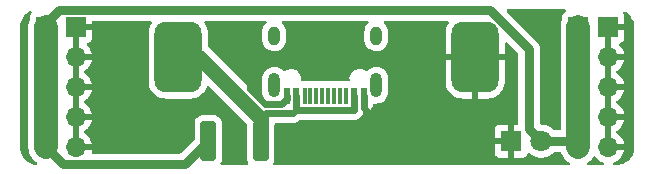
<source format=gbr>
%TF.GenerationSoftware,KiCad,Pcbnew,6.0.5-a6ca702e91~116~ubuntu22.04.1*%
%TF.CreationDate,2022-06-10T16:27:17-05:00*%
%TF.ProjectId,breadboard_psu_v1,62726561-6462-46f6-9172-645f7073755f,rev?*%
%TF.SameCoordinates,Original*%
%TF.FileFunction,Copper,L1,Top*%
%TF.FilePolarity,Positive*%
%FSLAX46Y46*%
G04 Gerber Fmt 4.6, Leading zero omitted, Abs format (unit mm)*
G04 Created by KiCad (PCBNEW 6.0.5-a6ca702e91~116~ubuntu22.04.1) date 2022-06-10 16:27:17*
%MOMM*%
%LPD*%
G01*
G04 APERTURE LIST*
G04 Aperture macros list*
%AMRoundRect*
0 Rectangle with rounded corners*
0 $1 Rounding radius*
0 $2 $3 $4 $5 $6 $7 $8 $9 X,Y pos of 4 corners*
0 Add a 4 corners polygon primitive as box body*
4,1,4,$2,$3,$4,$5,$6,$7,$8,$9,$2,$3,0*
0 Add four circle primitives for the rounded corners*
1,1,$1+$1,$2,$3*
1,1,$1+$1,$4,$5*
1,1,$1+$1,$6,$7*
1,1,$1+$1,$8,$9*
0 Add four rect primitives between the rounded corners*
20,1,$1+$1,$2,$3,$4,$5,0*
20,1,$1+$1,$4,$5,$6,$7,0*
20,1,$1+$1,$6,$7,$8,$9,0*
20,1,$1+$1,$8,$9,$2,$3,0*%
G04 Aperture macros list end*
%TA.AperFunction,SMDPad,CuDef*%
%ADD10RoundRect,1.000000X-1.000000X-2.000000X1.000000X-2.000000X1.000000X2.000000X-1.000000X2.000000X0*%
%TD*%
%TA.AperFunction,SMDPad,CuDef*%
%ADD11RoundRect,0.250000X0.400000X1.450000X-0.400000X1.450000X-0.400000X-1.450000X0.400000X-1.450000X0*%
%TD*%
%TA.AperFunction,ComponentPad*%
%ADD12R,1.800000X1.800000*%
%TD*%
%TA.AperFunction,ComponentPad*%
%ADD13C,1.800000*%
%TD*%
%TA.AperFunction,ComponentPad*%
%ADD14R,1.700000X1.700000*%
%TD*%
%TA.AperFunction,ComponentPad*%
%ADD15O,1.700000X1.700000*%
%TD*%
%TA.AperFunction,SMDPad,CuDef*%
%ADD16R,0.600000X1.450000*%
%TD*%
%TA.AperFunction,SMDPad,CuDef*%
%ADD17R,0.300000X1.450000*%
%TD*%
%TA.AperFunction,ComponentPad*%
%ADD18O,1.000000X1.600000*%
%TD*%
%TA.AperFunction,ComponentPad*%
%ADD19O,1.000000X2.100000*%
%TD*%
%TA.AperFunction,Conductor*%
%ADD20C,0.600000*%
%TD*%
%TA.AperFunction,Conductor*%
%ADD21C,1.300000*%
%TD*%
%TA.AperFunction,Conductor*%
%ADD22C,2.000000*%
%TD*%
%TA.AperFunction,Conductor*%
%ADD23C,0.800000*%
%TD*%
G04 APERTURE END LIST*
D10*
%TO.P,J6,1,Pin_1*%
%TO.N,VCC*%
X115316000Y-81280000D03*
%TD*%
D11*
%TO.P,F1,1*%
%TO.N,VCC*%
X122306000Y-88392000D03*
%TO.P,F1,2*%
%TO.N,Net-(D1-Pad2)*%
X117856000Y-88392000D03*
%TD*%
D10*
%TO.P,J7,1,Pin_1*%
%TO.N,GND*%
X140462000Y-81280000D03*
%TD*%
D12*
%TO.P,D1,1,K*%
%TO.N,GND*%
X143510000Y-88392000D03*
D13*
%TO.P,D1,2,A*%
%TO.N,Net-(D1-Pad2)*%
X146050000Y-88392000D03*
%TD*%
D14*
%TO.P,J5,1,Pin_1*%
%TO.N,GND*%
X151740000Y-78740000D03*
D15*
%TO.P,J5,2,Pin_2*%
X151740000Y-81280000D03*
%TO.P,J5,3,Pin_3*%
X151740000Y-83820000D03*
%TO.P,J5,4,Pin_4*%
X151740000Y-86360000D03*
%TO.P,J5,5,Pin_5*%
X151740000Y-88900000D03*
%TD*%
D14*
%TO.P,J2,1,Pin_1*%
%TO.N,Net-(D1-Pad2)*%
X104140000Y-78740000D03*
D15*
%TO.P,J2,2,Pin_2*%
X104140000Y-81280000D03*
%TO.P,J2,3,Pin_3*%
X104140000Y-83820000D03*
%TO.P,J2,4,Pin_4*%
X104140000Y-86360000D03*
%TO.P,J2,5,Pin_5*%
X104140000Y-88900000D03*
%TD*%
D14*
%TO.P,J4,1,Pin_1*%
%TO.N,Net-(D1-Pad2)*%
X149200000Y-78740000D03*
D15*
%TO.P,J4,2,Pin_2*%
X149200000Y-81280000D03*
%TO.P,J4,3,Pin_3*%
X149200000Y-83820000D03*
%TO.P,J4,4,Pin_4*%
X149200000Y-86360000D03*
%TO.P,J4,5,Pin_5*%
X149200000Y-88900000D03*
%TD*%
D14*
%TO.P,J3,1,Pin_1*%
%TO.N,GND*%
X106680000Y-78740000D03*
D15*
%TO.P,J3,2,Pin_2*%
X106680000Y-81280000D03*
%TO.P,J3,3,Pin_3*%
X106680000Y-83820000D03*
%TO.P,J3,4,Pin_4*%
X106680000Y-86360000D03*
%TO.P,J3,5,Pin_5*%
X106680000Y-88900000D03*
%TD*%
D16*
%TO.P,J1,A1,GND*%
%TO.N,GND*%
X131012000Y-84563000D03*
%TO.P,J1,A4,VBUS*%
%TO.N,VCC*%
X130212000Y-84563000D03*
D17*
%TO.P,J1,A5,CC1*%
%TO.N,unconnected-(J1-PadA5)*%
X129012000Y-84563000D03*
%TO.P,J1,A6,D+*%
%TO.N,unconnected-(J1-PadA6)*%
X128012000Y-84563000D03*
%TO.P,J1,A7,D-*%
%TO.N,unconnected-(J1-PadA7)*%
X127512000Y-84563000D03*
%TO.P,J1,A8,SBU1*%
%TO.N,unconnected-(J1-PadA8)*%
X126512000Y-84563000D03*
D16*
%TO.P,J1,A9,VBUS*%
%TO.N,VCC*%
X125312000Y-84563000D03*
%TO.P,J1,A12,GND*%
%TO.N,GND*%
X124512000Y-84563000D03*
%TO.P,J1,B1,GND*%
X124512000Y-84563000D03*
%TO.P,J1,B4,VBUS*%
%TO.N,VCC*%
X125312000Y-84563000D03*
D17*
%TO.P,J1,B5,CC2*%
%TO.N,unconnected-(J1-PadB5)*%
X126012000Y-84563000D03*
%TO.P,J1,B6,D+*%
%TO.N,unconnected-(J1-PadB6)*%
X127012000Y-84563000D03*
%TO.P,J1,B7,D-*%
%TO.N,unconnected-(J1-PadB7)*%
X128512000Y-84563000D03*
%TO.P,J1,B8,SBU2*%
%TO.N,unconnected-(J1-PadB8)*%
X129512000Y-84563000D03*
D16*
%TO.P,J1,B9,VBUS*%
%TO.N,VCC*%
X130212000Y-84563000D03*
%TO.P,J1,B12,GND*%
%TO.N,GND*%
X131012000Y-84563000D03*
D18*
%TO.P,J1,S1,SHIELD*%
%TO.N,unconnected-(J1-PadS1)*%
X132082000Y-79468000D03*
D19*
X132082000Y-83648000D03*
D18*
X123442000Y-79468000D03*
D19*
X123442000Y-83648000D03*
%TD*%
D20*
%TO.N,GND*%
X124512000Y-84784000D02*
X124045279Y-85250721D01*
X131012000Y-84563000D02*
X131012000Y-85546000D01*
X124045279Y-85250721D02*
X122690387Y-85250721D01*
X121412000Y-83972334D02*
X121412000Y-82804000D01*
X124512000Y-84563000D02*
X124512000Y-84784000D01*
X131572000Y-86106000D02*
X132842000Y-86106000D01*
X131012000Y-85546000D02*
X131572000Y-86106000D01*
X122690387Y-85250721D02*
X121412000Y-83972334D01*
%TO.N,VCC*%
X125337511Y-85787511D02*
X130161511Y-85787511D01*
X130212000Y-85737022D02*
X130212000Y-84563000D01*
X122747759Y-86050241D02*
X125023759Y-86050241D01*
D21*
X117094000Y-81280000D02*
X115316000Y-81280000D01*
D20*
X125023759Y-86050241D02*
X125312000Y-85762000D01*
X125312000Y-85762000D02*
X125312000Y-84563000D01*
D21*
X122306000Y-88392000D02*
X122306000Y-86492000D01*
D20*
X125312000Y-85762000D02*
X125337511Y-85787511D01*
X130161511Y-85787511D02*
X130212000Y-85737022D01*
X122747759Y-86050241D02*
X122306000Y-86492000D01*
D21*
X122306000Y-86492000D02*
X117094000Y-81280000D01*
D22*
%TO.N,Net-(D1-Pad2)*%
X104140000Y-86360000D02*
X104140000Y-87376000D01*
X104140000Y-86360000D02*
X104140000Y-78740000D01*
D23*
X145034000Y-87376000D02*
X145034000Y-80589938D01*
D22*
X104140000Y-88138000D02*
X104140000Y-88392000D01*
D23*
X117856000Y-88392000D02*
X115898489Y-90349511D01*
X115898489Y-90349511D02*
X105589511Y-90349511D01*
D22*
X104140000Y-88646000D02*
X104140000Y-88900000D01*
D23*
X105230489Y-77290489D02*
X104140000Y-78380978D01*
X145034000Y-80589938D02*
X141734551Y-77290489D01*
D22*
X149200000Y-88900000D02*
X149200000Y-78740000D01*
X104140000Y-88392000D02*
X104140000Y-88646000D01*
D23*
X148692000Y-88392000D02*
X149200000Y-88900000D01*
D22*
X104140000Y-88138000D02*
X104140000Y-88074500D01*
D23*
X146050000Y-88392000D02*
X148692000Y-88392000D01*
D22*
X104140000Y-87693500D02*
X104140000Y-88074500D01*
D23*
X105589511Y-90349511D02*
X104140000Y-88900000D01*
X141734551Y-77290489D02*
X105230489Y-77290489D01*
X146050000Y-88392000D02*
X145034000Y-87376000D01*
D22*
X104140000Y-87376000D02*
X104140000Y-87693500D01*
D23*
X104140000Y-78380978D02*
X104140000Y-78740000D01*
%TD*%
%TA.AperFunction,Conductor*%
%TO.N,GND*%
G36*
X153181626Y-77431027D02*
G01*
X153223750Y-77454027D01*
X153238872Y-77463745D01*
X153387401Y-77574931D01*
X153398460Y-77583210D01*
X153412046Y-77594982D01*
X153553010Y-77735944D01*
X153564782Y-77749530D01*
X153677123Y-77899599D01*
X153684247Y-77909116D01*
X153693964Y-77924236D01*
X153789032Y-78098337D01*
X153789502Y-78099198D01*
X153796971Y-78115552D01*
X153866640Y-78302342D01*
X153871704Y-78319589D01*
X153914078Y-78514379D01*
X153916635Y-78532164D01*
X153920623Y-78587915D01*
X153928539Y-78698601D01*
X153927793Y-78716560D01*
X153927692Y-78724845D01*
X153926309Y-78733723D01*
X153927474Y-78742629D01*
X153930436Y-78765282D01*
X153931500Y-78781620D01*
X153931500Y-88850013D01*
X153929961Y-88869641D01*
X153926322Y-88892715D01*
X153927468Y-88901614D01*
X153927468Y-88901618D01*
X153928286Y-88907965D01*
X153928980Y-88933295D01*
X153921346Y-89037164D01*
X153916186Y-89107366D01*
X153913593Y-89125152D01*
X153908823Y-89146876D01*
X153870712Y-89320426D01*
X153865613Y-89337665D01*
X153795382Y-89524838D01*
X153787882Y-89541176D01*
X153691728Y-89716450D01*
X153681979Y-89731555D01*
X153561858Y-89891364D01*
X153550058Y-89904928D01*
X153408414Y-90046015D01*
X153394805Y-90057760D01*
X153245070Y-90169393D01*
X153234531Y-90177250D01*
X153219388Y-90186940D01*
X153043736Y-90282405D01*
X153027368Y-90289841D01*
X152839911Y-90359341D01*
X152822659Y-90364369D01*
X152808510Y-90367418D01*
X152627221Y-90406481D01*
X152609423Y-90409004D01*
X152442406Y-90420620D01*
X152424398Y-90419837D01*
X152416150Y-90419720D01*
X152407286Y-90418322D01*
X152398386Y-90419468D01*
X152398385Y-90419468D01*
X152375089Y-90422468D01*
X152358997Y-90423500D01*
X152246387Y-90423500D01*
X152178266Y-90403498D01*
X152131773Y-90349842D01*
X152121669Y-90279568D01*
X152151163Y-90214988D01*
X152210180Y-90176814D01*
X152232252Y-90170192D01*
X152241842Y-90166433D01*
X152433095Y-90072739D01*
X152441945Y-90067464D01*
X152615328Y-89943792D01*
X152623200Y-89937139D01*
X152774052Y-89786812D01*
X152780730Y-89778965D01*
X152905003Y-89606020D01*
X152910313Y-89597183D01*
X153004670Y-89406267D01*
X153008469Y-89396672D01*
X153070377Y-89192910D01*
X153072555Y-89182837D01*
X153073986Y-89171962D01*
X153071775Y-89157778D01*
X153058617Y-89154000D01*
X151612000Y-89154000D01*
X151543879Y-89133998D01*
X151497386Y-89080342D01*
X151486000Y-89028000D01*
X151486000Y-88627885D01*
X151994000Y-88627885D01*
X151998475Y-88643124D01*
X151999865Y-88644329D01*
X152007548Y-88646000D01*
X153058344Y-88646000D01*
X153071875Y-88642027D01*
X153073180Y-88632947D01*
X153031214Y-88465875D01*
X153027894Y-88456124D01*
X152942972Y-88260814D01*
X152938105Y-88251739D01*
X152822426Y-88072926D01*
X152816136Y-88064757D01*
X152672806Y-87907240D01*
X152665273Y-87900215D01*
X152498139Y-87768222D01*
X152489552Y-87762517D01*
X152452116Y-87741851D01*
X152402146Y-87691419D01*
X152387374Y-87621976D01*
X152412490Y-87555571D01*
X152439842Y-87528964D01*
X152615327Y-87403792D01*
X152623200Y-87397139D01*
X152774052Y-87246812D01*
X152780730Y-87238965D01*
X152905003Y-87066020D01*
X152910313Y-87057183D01*
X153004670Y-86866267D01*
X153008469Y-86856672D01*
X153070377Y-86652910D01*
X153072555Y-86642837D01*
X153073986Y-86631962D01*
X153071775Y-86617778D01*
X153058617Y-86614000D01*
X152012115Y-86614000D01*
X151996876Y-86618475D01*
X151995671Y-86619865D01*
X151994000Y-86627548D01*
X151994000Y-88627885D01*
X151486000Y-88627885D01*
X151486000Y-86087885D01*
X151994000Y-86087885D01*
X151998475Y-86103124D01*
X151999865Y-86104329D01*
X152007548Y-86106000D01*
X153058344Y-86106000D01*
X153071875Y-86102027D01*
X153073180Y-86092947D01*
X153031214Y-85925875D01*
X153027894Y-85916124D01*
X152942972Y-85720814D01*
X152938105Y-85711739D01*
X152822426Y-85532926D01*
X152816136Y-85524757D01*
X152672806Y-85367240D01*
X152665273Y-85360215D01*
X152498139Y-85228222D01*
X152489552Y-85222517D01*
X152452116Y-85201851D01*
X152402146Y-85151419D01*
X152387374Y-85081976D01*
X152412490Y-85015571D01*
X152439842Y-84988964D01*
X152615327Y-84863792D01*
X152623200Y-84857139D01*
X152774052Y-84706812D01*
X152780730Y-84698965D01*
X152905003Y-84526020D01*
X152910313Y-84517183D01*
X153004670Y-84326267D01*
X153008469Y-84316672D01*
X153070377Y-84112910D01*
X153072555Y-84102837D01*
X153073986Y-84091962D01*
X153071775Y-84077778D01*
X153058617Y-84074000D01*
X152012115Y-84074000D01*
X151996876Y-84078475D01*
X151995671Y-84079865D01*
X151994000Y-84087548D01*
X151994000Y-86087885D01*
X151486000Y-86087885D01*
X151486000Y-83547885D01*
X151994000Y-83547885D01*
X151998475Y-83563124D01*
X151999865Y-83564329D01*
X152007548Y-83566000D01*
X153058344Y-83566000D01*
X153071875Y-83562027D01*
X153073180Y-83552947D01*
X153031214Y-83385875D01*
X153027894Y-83376124D01*
X152942972Y-83180814D01*
X152938105Y-83171739D01*
X152822426Y-82992926D01*
X152816136Y-82984757D01*
X152672806Y-82827240D01*
X152665273Y-82820215D01*
X152498139Y-82688222D01*
X152489552Y-82682517D01*
X152452116Y-82661851D01*
X152402146Y-82611419D01*
X152387374Y-82541976D01*
X152412490Y-82475571D01*
X152439842Y-82448964D01*
X152615327Y-82323792D01*
X152623200Y-82317139D01*
X152774052Y-82166812D01*
X152780730Y-82158965D01*
X152905003Y-81986020D01*
X152910313Y-81977183D01*
X153004670Y-81786267D01*
X153008469Y-81776672D01*
X153070377Y-81572910D01*
X153072555Y-81562837D01*
X153073986Y-81551962D01*
X153071775Y-81537778D01*
X153058617Y-81534000D01*
X152012115Y-81534000D01*
X151996876Y-81538475D01*
X151995671Y-81539865D01*
X151994000Y-81547548D01*
X151994000Y-83547885D01*
X151486000Y-83547885D01*
X151486000Y-81007885D01*
X151994000Y-81007885D01*
X151998475Y-81023124D01*
X151999865Y-81024329D01*
X152007548Y-81026000D01*
X153058344Y-81026000D01*
X153071875Y-81022027D01*
X153073180Y-81012947D01*
X153031214Y-80845875D01*
X153027894Y-80836124D01*
X152942972Y-80640814D01*
X152938105Y-80631739D01*
X152822426Y-80452926D01*
X152816136Y-80444757D01*
X152671931Y-80286279D01*
X152640879Y-80222433D01*
X152649273Y-80151934D01*
X152694450Y-80097166D01*
X152720894Y-80083497D01*
X152828054Y-80043324D01*
X152843649Y-80034786D01*
X152945724Y-79958285D01*
X152958285Y-79945724D01*
X153034786Y-79843649D01*
X153043324Y-79828054D01*
X153088478Y-79707606D01*
X153092105Y-79692351D01*
X153097631Y-79641486D01*
X153098000Y-79634672D01*
X153098000Y-79012115D01*
X153093525Y-78996876D01*
X153092135Y-78995671D01*
X153084452Y-78994000D01*
X152012115Y-78994000D01*
X151996876Y-78998475D01*
X151995671Y-78999865D01*
X151994000Y-79007548D01*
X151994000Y-81007885D01*
X151486000Y-81007885D01*
X151486000Y-78612000D01*
X151506002Y-78543879D01*
X151559658Y-78497386D01*
X151612000Y-78486000D01*
X153079884Y-78486000D01*
X153095123Y-78481525D01*
X153096328Y-78480135D01*
X153097999Y-78472452D01*
X153097999Y-77845331D01*
X153097629Y-77838510D01*
X153092105Y-77787648D01*
X153088479Y-77772396D01*
X153043324Y-77651946D01*
X153034786Y-77636351D01*
X153020419Y-77617182D01*
X152995570Y-77550676D01*
X153010622Y-77481294D01*
X153060796Y-77431063D01*
X153130161Y-77415932D01*
X153181626Y-77431027D01*
G37*
%TD.AperFunction*%
%TA.AperFunction,Conductor*%
G36*
X113052092Y-78218991D02*
G01*
X113098585Y-78272647D01*
X113108689Y-78342921D01*
X113087918Y-78394349D01*
X113088530Y-78394720D01*
X112962780Y-78602358D01*
X112960886Y-78607047D01*
X112960883Y-78607052D01*
X112892465Y-78776392D01*
X112871845Y-78827429D01*
X112818065Y-79064144D01*
X112807500Y-79211531D01*
X112807501Y-83348468D01*
X112818065Y-83495856D01*
X112819123Y-83500514D01*
X112819124Y-83500519D01*
X112834001Y-83566000D01*
X112871845Y-83732571D01*
X112873739Y-83737259D01*
X112873740Y-83737262D01*
X112960793Y-83952723D01*
X112962780Y-83957642D01*
X112965403Y-83961973D01*
X113056814Y-84112910D01*
X113088530Y-84165280D01*
X113245859Y-84350141D01*
X113430720Y-84507470D01*
X113435052Y-84510094D01*
X113435054Y-84510095D01*
X113547623Y-84578269D01*
X113638358Y-84633220D01*
X113643047Y-84635114D01*
X113643052Y-84635117D01*
X113858738Y-84722260D01*
X113858741Y-84722261D01*
X113863429Y-84724155D01*
X113868359Y-84725275D01*
X113868362Y-84725276D01*
X113961153Y-84746357D01*
X114100144Y-84777935D01*
X114104909Y-84778277D01*
X114104912Y-84778277D01*
X114245281Y-84788339D01*
X114245289Y-84788339D01*
X114247531Y-84788500D01*
X115316000Y-84788500D01*
X116384468Y-84788499D01*
X116386710Y-84788338D01*
X116386719Y-84788338D01*
X116527088Y-84778277D01*
X116527091Y-84778277D01*
X116531856Y-84777935D01*
X116536514Y-84776877D01*
X116536519Y-84776876D01*
X116763638Y-84725276D01*
X116763641Y-84725275D01*
X116768571Y-84724155D01*
X116773259Y-84722261D01*
X116773262Y-84722260D01*
X116988948Y-84635117D01*
X116988953Y-84635114D01*
X116993642Y-84633220D01*
X117084377Y-84578269D01*
X117196946Y-84510095D01*
X117196948Y-84510094D01*
X117201280Y-84507470D01*
X117386141Y-84350141D01*
X117543470Y-84165280D01*
X117575187Y-84112910D01*
X117666597Y-83961973D01*
X117669220Y-83957642D01*
X117671117Y-83952948D01*
X117731447Y-83803627D01*
X117775511Y-83747960D01*
X117842677Y-83724952D01*
X117911619Y-83741910D01*
X117937367Y-83761733D01*
X121110595Y-86934961D01*
X121144621Y-86997273D01*
X121147500Y-87024056D01*
X121147500Y-89892400D01*
X121158474Y-89998166D01*
X121160655Y-90004702D01*
X121160655Y-90004704D01*
X121186544Y-90082302D01*
X121214450Y-90165946D01*
X121218304Y-90172174D01*
X121218305Y-90172176D01*
X121254829Y-90231197D01*
X121273667Y-90299648D01*
X121252506Y-90367418D01*
X121198065Y-90412989D01*
X121147685Y-90423500D01*
X119014294Y-90423500D01*
X118946173Y-90403498D01*
X118899680Y-90349842D01*
X118889576Y-90279568D01*
X118907034Y-90231384D01*
X118944275Y-90170968D01*
X118944276Y-90170966D01*
X118948115Y-90164738D01*
X118985385Y-90052372D01*
X119001632Y-90003389D01*
X119001632Y-90003387D01*
X119003797Y-89996861D01*
X119014500Y-89892400D01*
X119014500Y-86891600D01*
X119011872Y-86866267D01*
X119004238Y-86792692D01*
X119004237Y-86792688D01*
X119003526Y-86785834D01*
X118990798Y-86747682D01*
X118949868Y-86625002D01*
X118947550Y-86618054D01*
X118854478Y-86467652D01*
X118729303Y-86342695D01*
X118723072Y-86338854D01*
X118584968Y-86253725D01*
X118584966Y-86253724D01*
X118578738Y-86249885D01*
X118456830Y-86209450D01*
X118417389Y-86196368D01*
X118417387Y-86196368D01*
X118410861Y-86194203D01*
X118404025Y-86193503D01*
X118404022Y-86193502D01*
X118360969Y-86189091D01*
X118306400Y-86183500D01*
X117405600Y-86183500D01*
X117402354Y-86183837D01*
X117402350Y-86183837D01*
X117306692Y-86193762D01*
X117306688Y-86193763D01*
X117299834Y-86194474D01*
X117293298Y-86196655D01*
X117293296Y-86196655D01*
X117161194Y-86240728D01*
X117132054Y-86250450D01*
X116981652Y-86343522D01*
X116976479Y-86348704D01*
X116929831Y-86395433D01*
X116856695Y-86468697D01*
X116852855Y-86474927D01*
X116852854Y-86474928D01*
X116776443Y-86598890D01*
X116763885Y-86619262D01*
X116750982Y-86658163D01*
X116710488Y-86780251D01*
X116708203Y-86787139D01*
X116697500Y-86891600D01*
X116697500Y-88213497D01*
X116677498Y-88281618D01*
X116660595Y-88302592D01*
X115559081Y-89404106D01*
X115496769Y-89438132D01*
X115469986Y-89441011D01*
X108104967Y-89441011D01*
X108036846Y-89421009D01*
X107990353Y-89367353D01*
X107980249Y-89297079D01*
X107984408Y-89278383D01*
X108010379Y-89192903D01*
X108012555Y-89182837D01*
X108013986Y-89171962D01*
X108011775Y-89157778D01*
X107998617Y-89154000D01*
X106552000Y-89154000D01*
X106483879Y-89133998D01*
X106437386Y-89080342D01*
X106426000Y-89028000D01*
X106426000Y-88627885D01*
X106934000Y-88627885D01*
X106938475Y-88643124D01*
X106939865Y-88644329D01*
X106947548Y-88646000D01*
X107998344Y-88646000D01*
X108011875Y-88642027D01*
X108013180Y-88632947D01*
X107971214Y-88465875D01*
X107967894Y-88456124D01*
X107882972Y-88260814D01*
X107878105Y-88251739D01*
X107762426Y-88072926D01*
X107756136Y-88064757D01*
X107612806Y-87907240D01*
X107605273Y-87900215D01*
X107438139Y-87768222D01*
X107429552Y-87762517D01*
X107392116Y-87741851D01*
X107342146Y-87691419D01*
X107327374Y-87621976D01*
X107352490Y-87555571D01*
X107379842Y-87528964D01*
X107555327Y-87403792D01*
X107563200Y-87397139D01*
X107714052Y-87246812D01*
X107720730Y-87238965D01*
X107845003Y-87066020D01*
X107850313Y-87057183D01*
X107944670Y-86866267D01*
X107948469Y-86856672D01*
X108010377Y-86652910D01*
X108012555Y-86642837D01*
X108013986Y-86631962D01*
X108011775Y-86617778D01*
X107998617Y-86614000D01*
X106952115Y-86614000D01*
X106936876Y-86618475D01*
X106935671Y-86619865D01*
X106934000Y-86627548D01*
X106934000Y-88627885D01*
X106426000Y-88627885D01*
X106426000Y-86087885D01*
X106934000Y-86087885D01*
X106938475Y-86103124D01*
X106939865Y-86104329D01*
X106947548Y-86106000D01*
X107998344Y-86106000D01*
X108011875Y-86102027D01*
X108013180Y-86092947D01*
X107971214Y-85925875D01*
X107967894Y-85916124D01*
X107882972Y-85720814D01*
X107878105Y-85711739D01*
X107762426Y-85532926D01*
X107756136Y-85524757D01*
X107612806Y-85367240D01*
X107605273Y-85360215D01*
X107438139Y-85228222D01*
X107429552Y-85222517D01*
X107392116Y-85201851D01*
X107342146Y-85151419D01*
X107327374Y-85081976D01*
X107352490Y-85015571D01*
X107379842Y-84988964D01*
X107555327Y-84863792D01*
X107563200Y-84857139D01*
X107714052Y-84706812D01*
X107720730Y-84698965D01*
X107845003Y-84526020D01*
X107850313Y-84517183D01*
X107944670Y-84326267D01*
X107948469Y-84316672D01*
X108010377Y-84112910D01*
X108012555Y-84102837D01*
X108013986Y-84091962D01*
X108011775Y-84077778D01*
X107998617Y-84074000D01*
X106952115Y-84074000D01*
X106936876Y-84078475D01*
X106935671Y-84079865D01*
X106934000Y-84087548D01*
X106934000Y-86087885D01*
X106426000Y-86087885D01*
X106426000Y-83547885D01*
X106934000Y-83547885D01*
X106938475Y-83563124D01*
X106939865Y-83564329D01*
X106947548Y-83566000D01*
X107998344Y-83566000D01*
X108011875Y-83562027D01*
X108013180Y-83552947D01*
X107971214Y-83385875D01*
X107967894Y-83376124D01*
X107882972Y-83180814D01*
X107878105Y-83171739D01*
X107762426Y-82992926D01*
X107756136Y-82984757D01*
X107612806Y-82827240D01*
X107605273Y-82820215D01*
X107438139Y-82688222D01*
X107429552Y-82682517D01*
X107392116Y-82661851D01*
X107342146Y-82611419D01*
X107327374Y-82541976D01*
X107352490Y-82475571D01*
X107379842Y-82448964D01*
X107555327Y-82323792D01*
X107563200Y-82317139D01*
X107714052Y-82166812D01*
X107720730Y-82158965D01*
X107845003Y-81986020D01*
X107850313Y-81977183D01*
X107944670Y-81786267D01*
X107948469Y-81776672D01*
X108010377Y-81572910D01*
X108012555Y-81562837D01*
X108013986Y-81551962D01*
X108011775Y-81537778D01*
X107998617Y-81534000D01*
X106952115Y-81534000D01*
X106936876Y-81538475D01*
X106935671Y-81539865D01*
X106934000Y-81547548D01*
X106934000Y-83547885D01*
X106426000Y-83547885D01*
X106426000Y-81007885D01*
X106934000Y-81007885D01*
X106938475Y-81023124D01*
X106939865Y-81024329D01*
X106947548Y-81026000D01*
X107998344Y-81026000D01*
X108011875Y-81022027D01*
X108013180Y-81012947D01*
X107971214Y-80845875D01*
X107967894Y-80836124D01*
X107882972Y-80640814D01*
X107878105Y-80631739D01*
X107762426Y-80452926D01*
X107756136Y-80444757D01*
X107611931Y-80286279D01*
X107580879Y-80222433D01*
X107589273Y-80151934D01*
X107634450Y-80097166D01*
X107660894Y-80083497D01*
X107768054Y-80043324D01*
X107783649Y-80034786D01*
X107885724Y-79958285D01*
X107898285Y-79945724D01*
X107974786Y-79843649D01*
X107983324Y-79828054D01*
X108028478Y-79707606D01*
X108032105Y-79692351D01*
X108037631Y-79641486D01*
X108038000Y-79634672D01*
X108038000Y-79012115D01*
X108033525Y-78996876D01*
X108032135Y-78995671D01*
X108024452Y-78994000D01*
X106952115Y-78994000D01*
X106936876Y-78998475D01*
X106935671Y-78999865D01*
X106934000Y-79007548D01*
X106934000Y-81007885D01*
X106426000Y-81007885D01*
X106426000Y-78612000D01*
X106446002Y-78543879D01*
X106499658Y-78497386D01*
X106552000Y-78486000D01*
X108019884Y-78486000D01*
X108035123Y-78481525D01*
X108036328Y-78480135D01*
X108037999Y-78472452D01*
X108037999Y-78324989D01*
X108058001Y-78256868D01*
X108111657Y-78210375D01*
X108163999Y-78198989D01*
X112983971Y-78198989D01*
X113052092Y-78218991D01*
G37*
%TD.AperFunction*%
%TA.AperFunction,Conductor*%
G36*
X122747993Y-78218991D02*
G01*
X122794486Y-78272647D01*
X122804590Y-78342921D01*
X122775096Y-78407501D01*
X122758831Y-78423179D01*
X122732975Y-78443968D01*
X122605846Y-78595474D01*
X122602879Y-78600872D01*
X122602875Y-78600877D01*
X122531552Y-78730615D01*
X122510567Y-78768787D01*
X122508706Y-78774654D01*
X122508705Y-78774656D01*
X122490400Y-78832362D01*
X122450765Y-78957306D01*
X122433500Y-79111227D01*
X122433500Y-79817769D01*
X122433800Y-79820825D01*
X122433800Y-79820832D01*
X122439537Y-79879340D01*
X122447920Y-79964833D01*
X122449702Y-79970734D01*
X122449702Y-79970736D01*
X122453635Y-79983761D01*
X122505084Y-80154169D01*
X122597934Y-80328796D01*
X122656015Y-80400010D01*
X122719040Y-80477287D01*
X122719043Y-80477290D01*
X122722935Y-80482062D01*
X122727682Y-80485989D01*
X122727684Y-80485991D01*
X122870575Y-80604201D01*
X122870579Y-80604203D01*
X122875325Y-80608130D01*
X123049299Y-80702198D01*
X123238232Y-80760682D01*
X123244357Y-80761326D01*
X123244358Y-80761326D01*
X123428796Y-80780711D01*
X123428798Y-80780711D01*
X123434925Y-80781355D01*
X123517424Y-80773847D01*
X123625749Y-80763989D01*
X123625752Y-80763988D01*
X123631888Y-80763430D01*
X123637794Y-80761692D01*
X123637798Y-80761691D01*
X123742924Y-80730751D01*
X123821619Y-80707590D01*
X123827077Y-80704737D01*
X123827081Y-80704735D01*
X123949349Y-80640814D01*
X123996890Y-80615960D01*
X124151025Y-80492032D01*
X124278154Y-80340526D01*
X124281121Y-80335128D01*
X124281125Y-80335123D01*
X124370467Y-80172608D01*
X124373433Y-80167213D01*
X124375846Y-80159608D01*
X124431373Y-79984564D01*
X124431373Y-79984563D01*
X124433235Y-79978694D01*
X124450500Y-79824773D01*
X124450500Y-79118231D01*
X124449814Y-79111227D01*
X124438894Y-78999865D01*
X124436080Y-78971167D01*
X124378916Y-78781831D01*
X124286066Y-78607204D01*
X124197030Y-78498035D01*
X124164960Y-78458713D01*
X124164957Y-78458710D01*
X124161065Y-78453938D01*
X124149014Y-78443968D01*
X124122548Y-78422074D01*
X124082809Y-78363240D01*
X124081187Y-78292262D01*
X124118197Y-78231675D01*
X124182087Y-78200714D01*
X124202863Y-78198989D01*
X131319872Y-78198989D01*
X131387993Y-78218991D01*
X131434486Y-78272647D01*
X131444590Y-78342921D01*
X131415096Y-78407501D01*
X131398831Y-78423179D01*
X131372975Y-78443968D01*
X131245846Y-78595474D01*
X131242879Y-78600872D01*
X131242875Y-78600877D01*
X131171552Y-78730615D01*
X131150567Y-78768787D01*
X131148706Y-78774654D01*
X131148705Y-78774656D01*
X131130400Y-78832362D01*
X131090765Y-78957306D01*
X131073500Y-79111227D01*
X131073500Y-79817769D01*
X131073800Y-79820825D01*
X131073800Y-79820832D01*
X131079537Y-79879340D01*
X131087920Y-79964833D01*
X131089702Y-79970734D01*
X131089702Y-79970736D01*
X131093635Y-79983761D01*
X131145084Y-80154169D01*
X131237934Y-80328796D01*
X131296015Y-80400010D01*
X131359040Y-80477287D01*
X131359043Y-80477290D01*
X131362935Y-80482062D01*
X131367682Y-80485989D01*
X131367684Y-80485991D01*
X131510575Y-80604201D01*
X131510579Y-80604203D01*
X131515325Y-80608130D01*
X131689299Y-80702198D01*
X131878232Y-80760682D01*
X131884357Y-80761326D01*
X131884358Y-80761326D01*
X132068796Y-80780711D01*
X132068798Y-80780711D01*
X132074925Y-80781355D01*
X132157424Y-80773847D01*
X132265749Y-80763989D01*
X132265752Y-80763988D01*
X132271888Y-80763430D01*
X132277794Y-80761692D01*
X132277798Y-80761691D01*
X132382924Y-80730751D01*
X132461619Y-80707590D01*
X132467077Y-80704737D01*
X132467081Y-80704735D01*
X132589349Y-80640814D01*
X132636890Y-80615960D01*
X132791025Y-80492032D01*
X132918154Y-80340526D01*
X132921121Y-80335128D01*
X132921125Y-80335123D01*
X133010467Y-80172608D01*
X133013433Y-80167213D01*
X133015846Y-80159608D01*
X133071373Y-79984564D01*
X133071373Y-79984563D01*
X133073235Y-79978694D01*
X133090500Y-79824773D01*
X133090500Y-79118231D01*
X133089814Y-79111227D01*
X133078894Y-78999865D01*
X133076080Y-78971167D01*
X133018916Y-78781831D01*
X132926066Y-78607204D01*
X132837030Y-78498035D01*
X132804960Y-78458713D01*
X132804957Y-78458710D01*
X132801065Y-78453938D01*
X132789014Y-78443968D01*
X132762548Y-78422074D01*
X132722809Y-78363240D01*
X132721187Y-78292262D01*
X132758197Y-78231675D01*
X132822087Y-78200714D01*
X132842863Y-78198989D01*
X138130590Y-78198989D01*
X138198711Y-78218991D01*
X138245204Y-78272647D01*
X138255308Y-78342921D01*
X138234400Y-78394689D01*
X138234937Y-78395014D01*
X138232931Y-78398326D01*
X138232781Y-78398698D01*
X138232313Y-78399347D01*
X138111852Y-78598251D01*
X138107332Y-78607277D01*
X138020219Y-78822888D01*
X138017203Y-78832512D01*
X137965622Y-79059552D01*
X137964220Y-79068984D01*
X137954161Y-79209310D01*
X137954000Y-79213823D01*
X137954000Y-81007885D01*
X137958475Y-81023124D01*
X137959865Y-81024329D01*
X137967548Y-81026000D01*
X142951885Y-81026000D01*
X142967124Y-81021525D01*
X142968329Y-81020135D01*
X142970000Y-81012452D01*
X142970000Y-80114941D01*
X142990002Y-80046820D01*
X143043658Y-80000327D01*
X143113932Y-79990223D01*
X143178512Y-80019717D01*
X143185095Y-80025846D01*
X144088595Y-80929346D01*
X144122621Y-80991658D01*
X144125500Y-81018441D01*
X144125500Y-86858000D01*
X144105498Y-86926121D01*
X144051842Y-86972614D01*
X143999500Y-86984000D01*
X143782115Y-86984000D01*
X143766876Y-86988475D01*
X143765671Y-86989865D01*
X143764000Y-86997548D01*
X143764000Y-89781884D01*
X143768475Y-89797123D01*
X143769865Y-89798328D01*
X143777548Y-89799999D01*
X144454669Y-89799999D01*
X144461490Y-89799629D01*
X144512352Y-89794105D01*
X144527604Y-89790479D01*
X144648054Y-89745324D01*
X144663649Y-89736786D01*
X144765724Y-89660285D01*
X144778285Y-89647724D01*
X144854786Y-89545649D01*
X144863324Y-89530054D01*
X144884773Y-89472840D01*
X144927415Y-89416075D01*
X144993977Y-89391376D01*
X145063325Y-89406584D01*
X145083240Y-89420126D01*
X145239349Y-89549730D01*
X145439322Y-89666584D01*
X145655694Y-89749209D01*
X145660760Y-89750240D01*
X145660761Y-89750240D01*
X145713846Y-89761040D01*
X145882656Y-89795385D01*
X146013324Y-89800176D01*
X146108949Y-89803683D01*
X146108953Y-89803683D01*
X146114113Y-89803872D01*
X146119233Y-89803216D01*
X146119235Y-89803216D01*
X146218668Y-89790478D01*
X146343847Y-89774442D01*
X146348795Y-89772957D01*
X146348802Y-89772956D01*
X146560747Y-89709369D01*
X146565690Y-89707886D01*
X146602943Y-89689636D01*
X146769049Y-89608262D01*
X146769052Y-89608260D01*
X146773684Y-89605991D01*
X146962243Y-89471494D01*
X147096160Y-89338043D01*
X147096957Y-89337249D01*
X147159329Y-89303333D01*
X147185897Y-89300500D01*
X147647833Y-89300500D01*
X147715954Y-89320502D01*
X147762447Y-89374158D01*
X147763861Y-89377749D01*
X147763963Y-89377706D01*
X147858812Y-89601156D01*
X147861510Y-89605440D01*
X147984032Y-89800000D01*
X147988167Y-89806567D01*
X147991512Y-89810361D01*
X148145350Y-89984858D01*
X148145353Y-89984861D01*
X148148698Y-89988655D01*
X148152606Y-89991865D01*
X148152607Y-89991866D01*
X148321663Y-90130729D01*
X148336278Y-90142734D01*
X148340644Y-90145275D01*
X148340654Y-90145282D01*
X148415085Y-90188602D01*
X148463898Y-90240155D01*
X148477091Y-90309915D01*
X148450474Y-90375733D01*
X148392498Y-90416713D01*
X148351704Y-90423500D01*
X123464294Y-90423500D01*
X123396173Y-90403498D01*
X123349680Y-90349842D01*
X123339576Y-90279568D01*
X123357034Y-90231384D01*
X123394275Y-90170968D01*
X123394276Y-90170966D01*
X123398115Y-90164738D01*
X123435385Y-90052372D01*
X123451632Y-90003389D01*
X123451632Y-90003387D01*
X123453797Y-89996861D01*
X123464500Y-89892400D01*
X123464500Y-89336669D01*
X142102001Y-89336669D01*
X142102371Y-89343490D01*
X142107895Y-89394352D01*
X142111521Y-89409604D01*
X142156676Y-89530054D01*
X142165214Y-89545649D01*
X142241715Y-89647724D01*
X142254276Y-89660285D01*
X142356351Y-89736786D01*
X142371946Y-89745324D01*
X142492394Y-89790478D01*
X142507649Y-89794105D01*
X142558514Y-89799631D01*
X142565328Y-89800000D01*
X143237885Y-89800000D01*
X143253124Y-89795525D01*
X143254329Y-89794135D01*
X143256000Y-89786452D01*
X143256000Y-88664115D01*
X143251525Y-88648876D01*
X143250135Y-88647671D01*
X143242452Y-88646000D01*
X142120116Y-88646000D01*
X142104877Y-88650475D01*
X142103672Y-88651865D01*
X142102001Y-88659548D01*
X142102001Y-89336669D01*
X123464500Y-89336669D01*
X123464500Y-88119885D01*
X142102000Y-88119885D01*
X142106475Y-88135124D01*
X142107865Y-88136329D01*
X142115548Y-88138000D01*
X143237885Y-88138000D01*
X143253124Y-88133525D01*
X143254329Y-88132135D01*
X143256000Y-88124452D01*
X143256000Y-87002116D01*
X143251525Y-86986877D01*
X143250135Y-86985672D01*
X143242452Y-86984001D01*
X142565331Y-86984001D01*
X142558510Y-86984371D01*
X142507648Y-86989895D01*
X142492396Y-86993521D01*
X142371946Y-87038676D01*
X142356351Y-87047214D01*
X142254276Y-87123715D01*
X142241715Y-87136276D01*
X142165214Y-87238351D01*
X142156676Y-87253946D01*
X142111522Y-87374394D01*
X142107895Y-87389649D01*
X142102369Y-87440514D01*
X142102000Y-87447328D01*
X142102000Y-88119885D01*
X123464500Y-88119885D01*
X123464500Y-86984741D01*
X123484502Y-86916620D01*
X123538158Y-86870127D01*
X123590500Y-86858741D01*
X125014545Y-86858741D01*
X125015865Y-86858748D01*
X125105980Y-86859692D01*
X125148356Y-86850530D01*
X125160922Y-86848472D01*
X125204014Y-86843638D01*
X125210665Y-86841322D01*
X125210669Y-86841321D01*
X125235689Y-86832608D01*
X125250501Y-86828445D01*
X125276378Y-86822850D01*
X125283269Y-86821360D01*
X125322572Y-86803033D01*
X125334348Y-86798251D01*
X125375311Y-86783986D01*
X125381286Y-86780252D01*
X125381289Y-86780251D01*
X125403754Y-86766214D01*
X125417271Y-86758875D01*
X125441273Y-86747682D01*
X125441274Y-86747681D01*
X125447661Y-86744703D01*
X125481912Y-86718135D01*
X125492371Y-86710839D01*
X125523163Y-86691599D01*
X125523166Y-86691597D01*
X125529135Y-86687867D01*
X125557938Y-86659265D01*
X125558563Y-86658680D01*
X125559229Y-86658163D01*
X125584476Y-86632916D01*
X125646788Y-86598890D01*
X125673571Y-86596011D01*
X130152297Y-86596011D01*
X130153617Y-86596018D01*
X130243732Y-86596962D01*
X130286108Y-86587800D01*
X130298674Y-86585742D01*
X130341766Y-86580908D01*
X130348417Y-86578592D01*
X130348421Y-86578591D01*
X130373441Y-86569878D01*
X130388253Y-86565715D01*
X130414130Y-86560120D01*
X130421021Y-86558630D01*
X130460324Y-86540303D01*
X130472100Y-86535521D01*
X130513063Y-86521256D01*
X130519038Y-86517522D01*
X130519041Y-86517521D01*
X130541506Y-86503484D01*
X130555023Y-86496145D01*
X130579025Y-86484952D01*
X130579026Y-86484951D01*
X130585413Y-86481973D01*
X130594496Y-86474928D01*
X130619664Y-86455405D01*
X130630123Y-86448109D01*
X130660915Y-86428869D01*
X130660918Y-86428867D01*
X130666887Y-86425137D01*
X130695690Y-86396535D01*
X130696315Y-86395950D01*
X130696981Y-86395433D01*
X130722971Y-86369443D01*
X130795593Y-86297326D01*
X130795595Y-86297328D01*
X130796708Y-86296101D01*
X130837475Y-86256179D01*
X130837476Y-86256178D01*
X130842507Y-86251251D01*
X130865998Y-86214801D01*
X130873417Y-86204476D01*
X130900476Y-86170579D01*
X130915073Y-86140384D01*
X130922602Y-86126967D01*
X130940765Y-86098784D01*
X130943173Y-86092167D01*
X130943176Y-86092162D01*
X130955592Y-86058049D01*
X130960553Y-86046306D01*
X130976354Y-86013619D01*
X130976356Y-86013614D01*
X130979421Y-86007273D01*
X130986965Y-85974594D01*
X130991332Y-85959853D01*
X131002803Y-85928337D01*
X131005598Y-85906209D01*
X131033979Y-85841133D01*
X131093037Y-85801730D01*
X131130605Y-85795999D01*
X131356669Y-85795999D01*
X131363490Y-85795629D01*
X131414352Y-85790105D01*
X131429604Y-85786479D01*
X131550054Y-85741324D01*
X131565649Y-85732786D01*
X131667724Y-85656285D01*
X131680285Y-85643724D01*
X131756786Y-85541649D01*
X131765324Y-85526054D01*
X131810478Y-85405606D01*
X131814105Y-85390351D01*
X131819631Y-85339486D01*
X131820000Y-85332672D01*
X131820000Y-85324499D01*
X131840002Y-85256378D01*
X131893658Y-85209885D01*
X131959170Y-85199189D01*
X132068796Y-85210711D01*
X132068798Y-85210711D01*
X132074925Y-85211355D01*
X132179357Y-85201851D01*
X132265749Y-85193989D01*
X132265752Y-85193988D01*
X132271888Y-85193430D01*
X132277794Y-85191692D01*
X132277798Y-85191691D01*
X132424658Y-85148468D01*
X132461619Y-85137590D01*
X132467077Y-85134737D01*
X132467081Y-85134735D01*
X132576579Y-85077490D01*
X132636890Y-85045960D01*
X132791025Y-84922032D01*
X132918154Y-84770526D01*
X132921121Y-84765128D01*
X132921125Y-84765123D01*
X133010467Y-84602608D01*
X133013433Y-84597213D01*
X133015846Y-84589608D01*
X133071373Y-84414564D01*
X133071373Y-84414563D01*
X133073235Y-84408694D01*
X133090500Y-84254773D01*
X133090500Y-83346177D01*
X137954000Y-83346177D01*
X137954161Y-83350690D01*
X137964220Y-83491016D01*
X137965622Y-83500448D01*
X138017203Y-83727488D01*
X138020219Y-83737112D01*
X138107332Y-83952723D01*
X138111852Y-83961749D01*
X138232312Y-84160652D01*
X138238220Y-84168843D01*
X138388940Y-84345939D01*
X138396061Y-84353060D01*
X138573157Y-84503780D01*
X138581348Y-84509688D01*
X138780251Y-84630148D01*
X138789277Y-84634668D01*
X139004888Y-84721781D01*
X139014512Y-84724797D01*
X139241552Y-84776378D01*
X139250984Y-84777780D01*
X139391310Y-84787839D01*
X139395823Y-84788000D01*
X140189885Y-84788000D01*
X140205124Y-84783525D01*
X140206329Y-84782135D01*
X140208000Y-84774452D01*
X140208000Y-84769885D01*
X140716000Y-84769885D01*
X140720475Y-84785124D01*
X140721865Y-84786329D01*
X140729548Y-84788000D01*
X141528177Y-84788000D01*
X141532690Y-84787839D01*
X141673016Y-84777780D01*
X141682448Y-84776378D01*
X141909488Y-84724797D01*
X141919112Y-84721781D01*
X142134723Y-84634668D01*
X142143749Y-84630148D01*
X142342652Y-84509688D01*
X142350843Y-84503780D01*
X142527939Y-84353060D01*
X142535060Y-84345939D01*
X142685780Y-84168843D01*
X142691688Y-84160652D01*
X142812148Y-83961749D01*
X142816668Y-83952723D01*
X142903781Y-83737112D01*
X142906797Y-83727488D01*
X142958378Y-83500448D01*
X142959780Y-83491016D01*
X142969839Y-83350690D01*
X142970000Y-83346177D01*
X142970000Y-81552115D01*
X142965525Y-81536876D01*
X142964135Y-81535671D01*
X142956452Y-81534000D01*
X140734115Y-81534000D01*
X140718876Y-81538475D01*
X140717671Y-81539865D01*
X140716000Y-81547548D01*
X140716000Y-84769885D01*
X140208000Y-84769885D01*
X140208000Y-81552115D01*
X140203525Y-81536876D01*
X140202135Y-81535671D01*
X140194452Y-81534000D01*
X137972115Y-81534000D01*
X137956876Y-81538475D01*
X137955671Y-81539865D01*
X137954000Y-81547548D01*
X137954000Y-83346177D01*
X133090500Y-83346177D01*
X133090500Y-83048231D01*
X133089814Y-83041227D01*
X133076681Y-82907301D01*
X133076080Y-82901167D01*
X133018916Y-82711831D01*
X132926066Y-82537204D01*
X132818238Y-82404994D01*
X132804960Y-82388713D01*
X132804957Y-82388710D01*
X132801065Y-82383938D01*
X132794718Y-82378687D01*
X132653425Y-82261799D01*
X132653421Y-82261797D01*
X132648675Y-82257870D01*
X132474701Y-82163802D01*
X132285768Y-82105318D01*
X132279643Y-82104674D01*
X132279642Y-82104674D01*
X132095204Y-82085289D01*
X132095202Y-82085289D01*
X132089075Y-82084645D01*
X132006576Y-82092153D01*
X131898251Y-82102011D01*
X131898248Y-82102012D01*
X131892112Y-82102570D01*
X131886206Y-82104308D01*
X131886202Y-82104309D01*
X131781076Y-82135249D01*
X131702381Y-82158410D01*
X131696923Y-82161263D01*
X131696919Y-82161265D01*
X131606147Y-82208720D01*
X131527110Y-82250040D01*
X131372975Y-82373968D01*
X131324600Y-82431619D01*
X131265493Y-82470944D01*
X131194506Y-82472070D01*
X131151552Y-82450722D01*
X131091743Y-82404994D01*
X131091739Y-82404991D01*
X131086322Y-82400850D01*
X130981186Y-82351825D01*
X130928369Y-82327195D01*
X130928366Y-82327194D01*
X130922192Y-82324315D01*
X130915544Y-82322829D01*
X130915541Y-82322828D01*
X130750494Y-82285936D01*
X130750495Y-82285936D01*
X130745457Y-82284810D01*
X130739912Y-82284500D01*
X130606756Y-82284500D01*
X130471963Y-82299143D01*
X130353810Y-82338906D01*
X130306796Y-82354728D01*
X130306794Y-82354729D01*
X130300325Y-82356906D01*
X130145095Y-82450177D01*
X130140138Y-82454865D01*
X130140135Y-82454867D01*
X130027985Y-82560923D01*
X130013515Y-82574607D01*
X130009683Y-82580245D01*
X130009680Y-82580249D01*
X129925178Y-82704590D01*
X129911723Y-82724388D01*
X129844470Y-82892534D01*
X129843356Y-82899262D01*
X129843355Y-82899266D01*
X129819270Y-83044751D01*
X129814892Y-83071198D01*
X129815249Y-83078015D01*
X129815249Y-83078019D01*
X129821480Y-83196906D01*
X129805071Y-83265980D01*
X129753922Y-83315217D01*
X129695653Y-83329500D01*
X129313866Y-83329500D01*
X129310471Y-83329869D01*
X129310467Y-83329869D01*
X129284469Y-83332693D01*
X129275606Y-83333656D01*
X129248394Y-83333656D01*
X129239531Y-83332693D01*
X129213533Y-83329869D01*
X129213529Y-83329869D01*
X129210134Y-83329500D01*
X128813866Y-83329500D01*
X128810471Y-83329869D01*
X128810467Y-83329869D01*
X128784469Y-83332693D01*
X128775606Y-83333656D01*
X128748394Y-83333656D01*
X128739531Y-83332693D01*
X128713533Y-83329869D01*
X128713529Y-83329869D01*
X128710134Y-83329500D01*
X128313866Y-83329500D01*
X128310471Y-83329869D01*
X128310467Y-83329869D01*
X128284469Y-83332693D01*
X128275606Y-83333656D01*
X128248394Y-83333656D01*
X128239531Y-83332693D01*
X128213533Y-83329869D01*
X128213529Y-83329869D01*
X128210134Y-83329500D01*
X127813866Y-83329500D01*
X127810471Y-83329869D01*
X127810467Y-83329869D01*
X127784469Y-83332693D01*
X127775606Y-83333656D01*
X127748394Y-83333656D01*
X127739531Y-83332693D01*
X127713533Y-83329869D01*
X127713529Y-83329869D01*
X127710134Y-83329500D01*
X127313866Y-83329500D01*
X127310471Y-83329869D01*
X127310467Y-83329869D01*
X127284469Y-83332693D01*
X127275606Y-83333656D01*
X127248394Y-83333656D01*
X127239531Y-83332693D01*
X127213533Y-83329869D01*
X127213529Y-83329869D01*
X127210134Y-83329500D01*
X126813866Y-83329500D01*
X126810471Y-83329869D01*
X126810467Y-83329869D01*
X126784469Y-83332693D01*
X126775606Y-83333656D01*
X126748394Y-83333656D01*
X126739531Y-83332693D01*
X126713533Y-83329869D01*
X126713529Y-83329869D01*
X126710134Y-83329500D01*
X126313866Y-83329500D01*
X126310471Y-83329869D01*
X126310467Y-83329869D01*
X126284469Y-83332693D01*
X126275606Y-83333656D01*
X126248394Y-83333656D01*
X126239531Y-83332693D01*
X126213533Y-83329869D01*
X126213529Y-83329869D01*
X126210134Y-83329500D01*
X125830416Y-83329500D01*
X125762295Y-83309498D01*
X125715802Y-83255842D01*
X125706108Y-83182921D01*
X125709108Y-83164802D01*
X125704203Y-83071198D01*
X125699987Y-82990766D01*
X125699630Y-82983953D01*
X125676304Y-82899266D01*
X125653352Y-82815941D01*
X125651539Y-82809359D01*
X125567078Y-82649164D01*
X125562673Y-82643951D01*
X125562670Y-82643947D01*
X125454594Y-82516057D01*
X125454590Y-82516053D01*
X125450187Y-82510843D01*
X125424417Y-82491140D01*
X125311743Y-82404994D01*
X125311739Y-82404991D01*
X125306322Y-82400850D01*
X125201186Y-82351825D01*
X125148369Y-82327195D01*
X125148366Y-82327194D01*
X125142192Y-82324315D01*
X125135544Y-82322829D01*
X125135541Y-82322828D01*
X124970494Y-82285936D01*
X124970495Y-82285936D01*
X124965457Y-82284810D01*
X124959912Y-82284500D01*
X124826756Y-82284500D01*
X124691963Y-82299143D01*
X124573810Y-82338906D01*
X124526796Y-82354728D01*
X124526794Y-82354729D01*
X124520325Y-82356906D01*
X124365095Y-82450177D01*
X124364671Y-82449472D01*
X124303480Y-82472762D01*
X124234007Y-82458135D01*
X124196008Y-82426782D01*
X124173211Y-82398831D01*
X124161065Y-82383938D01*
X124154718Y-82378687D01*
X124013425Y-82261799D01*
X124013421Y-82261797D01*
X124008675Y-82257870D01*
X123834701Y-82163802D01*
X123645768Y-82105318D01*
X123639643Y-82104674D01*
X123639642Y-82104674D01*
X123455204Y-82085289D01*
X123455202Y-82085289D01*
X123449075Y-82084645D01*
X123366576Y-82092153D01*
X123258251Y-82102011D01*
X123258248Y-82102012D01*
X123252112Y-82102570D01*
X123246206Y-82104308D01*
X123246202Y-82104309D01*
X123141076Y-82135249D01*
X123062381Y-82158410D01*
X123056923Y-82161263D01*
X123056919Y-82161265D01*
X122966147Y-82208720D01*
X122887110Y-82250040D01*
X122732975Y-82373968D01*
X122605846Y-82525474D01*
X122602879Y-82530872D01*
X122602875Y-82530877D01*
X122550200Y-82626694D01*
X122510567Y-82698787D01*
X122508706Y-82704654D01*
X122508705Y-82704656D01*
X122469819Y-82827240D01*
X122450765Y-82887306D01*
X122433500Y-83041227D01*
X122433500Y-84247769D01*
X122433800Y-84250825D01*
X122433800Y-84250832D01*
X122434530Y-84258273D01*
X122447920Y-84394833D01*
X122505084Y-84584169D01*
X122597934Y-84758796D01*
X122668291Y-84845062D01*
X122719040Y-84907287D01*
X122719043Y-84907290D01*
X122722935Y-84912062D01*
X122727682Y-84915989D01*
X122727684Y-84915991D01*
X122851785Y-85018656D01*
X122891524Y-85077490D01*
X122893146Y-85148468D01*
X122856136Y-85209056D01*
X122792246Y-85240016D01*
X122771470Y-85241741D01*
X122757021Y-85241741D01*
X122755705Y-85241734D01*
X122754618Y-85241723D01*
X122744858Y-85241620D01*
X122676951Y-85220903D01*
X122657088Y-85204722D01*
X117943810Y-80491444D01*
X117938173Y-80485426D01*
X117902507Y-80444757D01*
X117894875Y-80436054D01*
X117890343Y-80432481D01*
X117872492Y-80418408D01*
X117831379Y-80360526D01*
X117824499Y-80319459D01*
X117824499Y-79211532D01*
X117817563Y-79114751D01*
X117814277Y-79068912D01*
X117814277Y-79068909D01*
X117813935Y-79064144D01*
X117812876Y-79059480D01*
X117761276Y-78832362D01*
X117761275Y-78832359D01*
X117760155Y-78827429D01*
X117739535Y-78776392D01*
X117671117Y-78607052D01*
X117671114Y-78607047D01*
X117669220Y-78602358D01*
X117543470Y-78394720D01*
X117544265Y-78394239D01*
X117522210Y-78331749D01*
X117538529Y-78262654D01*
X117589613Y-78213349D01*
X117648029Y-78198989D01*
X122679872Y-78198989D01*
X122747993Y-78218991D01*
G37*
%TD.AperFunction*%
%TD*%
%TA.AperFunction,NonConductor*%
G36*
X148090593Y-77236502D02*
G01*
X148137086Y-77290158D01*
X148147190Y-77360432D01*
X148117696Y-77425012D01*
X148098039Y-77443324D01*
X147986739Y-77526739D01*
X147899385Y-77643295D01*
X147848255Y-77779684D01*
X147841500Y-77841866D01*
X147841500Y-78049624D01*
X147826545Y-78109164D01*
X147813169Y-78134109D01*
X147734138Y-78363631D01*
X147724043Y-78422074D01*
X147693652Y-78598027D01*
X147692821Y-78602836D01*
X147692641Y-78606797D01*
X147692641Y-78606798D01*
X147692376Y-78612645D01*
X147691500Y-78631925D01*
X147691500Y-87357500D01*
X147671498Y-87425621D01*
X147617842Y-87472114D01*
X147565500Y-87483500D01*
X147183461Y-87483500D01*
X147115340Y-87463498D01*
X147090267Y-87442299D01*
X147073262Y-87423610D01*
X147013887Y-87358358D01*
X147009836Y-87355159D01*
X147009832Y-87355155D01*
X146836177Y-87218011D01*
X146836172Y-87218008D01*
X146832123Y-87214810D01*
X146827607Y-87212317D01*
X146827604Y-87212315D01*
X146633879Y-87105373D01*
X146633875Y-87105371D01*
X146629355Y-87102876D01*
X146624486Y-87101152D01*
X146624482Y-87101150D01*
X146415903Y-87027288D01*
X146415899Y-87027287D01*
X146411028Y-87025562D01*
X146405935Y-87024655D01*
X146405932Y-87024654D01*
X146188095Y-86985851D01*
X146188089Y-86985850D01*
X146183006Y-86984945D01*
X146163767Y-86984710D01*
X146066960Y-86983527D01*
X145999089Y-86962694D01*
X145953255Y-86908474D01*
X145942500Y-86857536D01*
X145942500Y-80671355D01*
X145944051Y-80651645D01*
X145945220Y-80644265D01*
X145945220Y-80644264D01*
X145946252Y-80637748D01*
X145944854Y-80611061D01*
X145942673Y-80569458D01*
X145942500Y-80562864D01*
X145942500Y-80542328D01*
X145942156Y-80539054D01*
X145940353Y-80521896D01*
X145939836Y-80515322D01*
X145936603Y-80453634D01*
X145936603Y-80453632D01*
X145936257Y-80447035D01*
X145932615Y-80433442D01*
X145929014Y-80414013D01*
X145928232Y-80406577D01*
X145927542Y-80400010D01*
X145906407Y-80334963D01*
X145904535Y-80328644D01*
X145888538Y-80268941D01*
X145888537Y-80268938D01*
X145886830Y-80262568D01*
X145880438Y-80250023D01*
X145872874Y-80231761D01*
X145870568Y-80224664D01*
X145868527Y-80218382D01*
X145865224Y-80212661D01*
X145834336Y-80159161D01*
X145831188Y-80153364D01*
X145803126Y-80098289D01*
X145803124Y-80098286D01*
X145800129Y-80092408D01*
X145791273Y-80081471D01*
X145780073Y-80065175D01*
X145776343Y-80058714D01*
X145776340Y-80058710D01*
X145773040Y-80052994D01*
X145768623Y-80048088D01*
X145768619Y-80048083D01*
X145727278Y-80002169D01*
X145722994Y-79997154D01*
X145716112Y-79988656D01*
X145710072Y-79981197D01*
X145695557Y-79966682D01*
X145691016Y-79961897D01*
X145649673Y-79915981D01*
X145645253Y-79911072D01*
X145633865Y-79902798D01*
X145618832Y-79889957D01*
X143160470Y-77431595D01*
X143126444Y-77369283D01*
X143131509Y-77298468D01*
X143174056Y-77241632D01*
X143240576Y-77216821D01*
X143249565Y-77216500D01*
X148022472Y-77216500D01*
X148090593Y-77236502D01*
G37*
%TD.AperFunction*%
%TA.AperFunction,NonConductor*%
G36*
X102858936Y-77402435D02*
G01*
X102902706Y-77458334D01*
X102909307Y-77529023D01*
X102886460Y-77580483D01*
X102839385Y-77643295D01*
X102788255Y-77779684D01*
X102781500Y-77841866D01*
X102781500Y-78049624D01*
X102766545Y-78109164D01*
X102753169Y-78134109D01*
X102674138Y-78363631D01*
X102664043Y-78422074D01*
X102633652Y-78598027D01*
X102632821Y-78602836D01*
X102632641Y-78606797D01*
X102632641Y-78606798D01*
X102632376Y-78612645D01*
X102631500Y-78631925D01*
X102631500Y-88961001D01*
X102631702Y-88963509D01*
X102631702Y-88963514D01*
X102644708Y-89125155D01*
X102646060Y-89141965D01*
X102647266Y-89146873D01*
X102647266Y-89146876D01*
X102685695Y-89303333D01*
X102703963Y-89377706D01*
X102705938Y-89382358D01*
X102705939Y-89382362D01*
X102721969Y-89420126D01*
X102798812Y-89601156D01*
X102801510Y-89605440D01*
X102924032Y-89800000D01*
X102928167Y-89806567D01*
X102931512Y-89810361D01*
X103085350Y-89984858D01*
X103085353Y-89984861D01*
X103088698Y-89988655D01*
X103092606Y-89991865D01*
X103092607Y-89991866D01*
X103261663Y-90130729D01*
X103276278Y-90142734D01*
X103280650Y-90145279D01*
X103280655Y-90145282D01*
X103335822Y-90177391D01*
X103384636Y-90228945D01*
X103397828Y-90298705D01*
X103371211Y-90364523D01*
X103313235Y-90405503D01*
X103260223Y-90411695D01*
X103208229Y-90406629D01*
X103182873Y-90404158D01*
X103165151Y-90401143D01*
X102978484Y-90355476D01*
X102961380Y-90349972D01*
X102783108Y-90278203D01*
X102766955Y-90270317D01*
X102600726Y-90173916D01*
X102585857Y-90163811D01*
X102435031Y-90044727D01*
X102421752Y-90032608D01*
X102408667Y-90018831D01*
X102289416Y-89893279D01*
X102277997Y-89879394D01*
X102166831Y-89722642D01*
X102157504Y-89707274D01*
X102069780Y-89536302D01*
X102062735Y-89519762D01*
X102035650Y-89441011D01*
X102000234Y-89338039D01*
X101995616Y-89320668D01*
X101959616Y-89131909D01*
X101957516Y-89114056D01*
X101950227Y-88954541D01*
X101951437Y-88936580D01*
X101951751Y-88928323D01*
X101953359Y-88919494D01*
X101949184Y-88879603D01*
X101948500Y-88866487D01*
X101948500Y-78774496D01*
X101949609Y-78757818D01*
X101950312Y-78752551D01*
X101953706Y-78727138D01*
X101952350Y-78718270D01*
X101952350Y-78718263D01*
X101951381Y-78711925D01*
X101950089Y-78686633D01*
X101958373Y-78520063D01*
X101960543Y-78502233D01*
X101997301Y-78313636D01*
X102001988Y-78296289D01*
X102065215Y-78114836D01*
X102072322Y-78098337D01*
X102160721Y-77927744D01*
X102170110Y-77912413D01*
X102281893Y-77756129D01*
X102293368Y-77742290D01*
X102426246Y-77603514D01*
X102439574Y-77591449D01*
X102590854Y-77472993D01*
X102605763Y-77462948D01*
X102722863Y-77395667D01*
X102791893Y-77379074D01*
X102858936Y-77402435D01*
G37*
%TD.AperFunction*%
%TA.AperFunction,NonConductor*%
G36*
X150653207Y-89719947D02*
G01*
X150658448Y-89725635D01*
X150783218Y-89869673D01*
X150790580Y-89876883D01*
X150954434Y-90012916D01*
X150962881Y-90018831D01*
X151146756Y-90126279D01*
X151156042Y-90130729D01*
X151284522Y-90179790D01*
X151341025Y-90222777D01*
X151365318Y-90289488D01*
X151349688Y-90358743D01*
X151299097Y-90408554D01*
X151239573Y-90423500D01*
X150051633Y-90423500D01*
X149983512Y-90403498D01*
X149937019Y-90349842D01*
X149926915Y-90279568D01*
X149956409Y-90214988D01*
X149980810Y-90193288D01*
X150144119Y-90082302D01*
X150148307Y-90079456D01*
X150324681Y-89912668D01*
X150463115Y-89731604D01*
X150520380Y-89689636D01*
X150591243Y-89685291D01*
X150653207Y-89719947D01*
G37*
%TD.AperFunction*%
M02*

</source>
